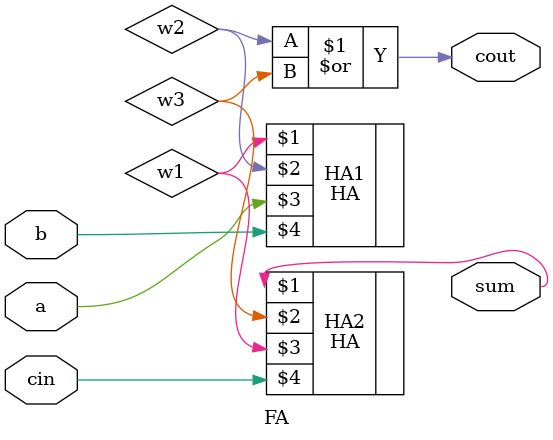
<source format=v>
`timescale 1ns / 1ps

module FA(
    output sum,
    output cout,
    input a,
    input b,
    input cin
    );
    
    wire w1, w2, w3;
    
    //assign {cout,sum} = a + b + cin;
    
    HA HA1(w1,w2,a,b);
    HA HA2(sum,w3,w1,cin);
    
    assign cout = w2 | w3;
    
endmodule

</source>
